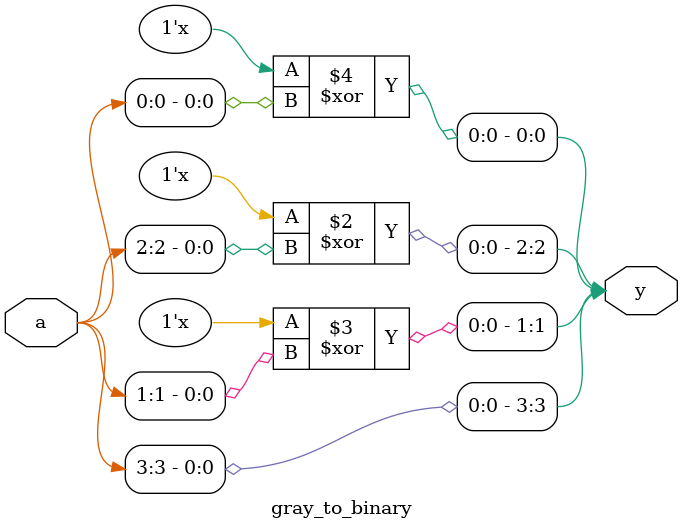
<source format=v>
module gray_to_binary(
	input [3:0] a,
	output reg [3:0] y
);

always@(*) begin
	y[3] <= a[3];
	y[2] <= y[3]^a[2];
	y[1] <= y[2]^a[1];
	y[0] <= y[1]^a[0];
end

endmodule

</source>
